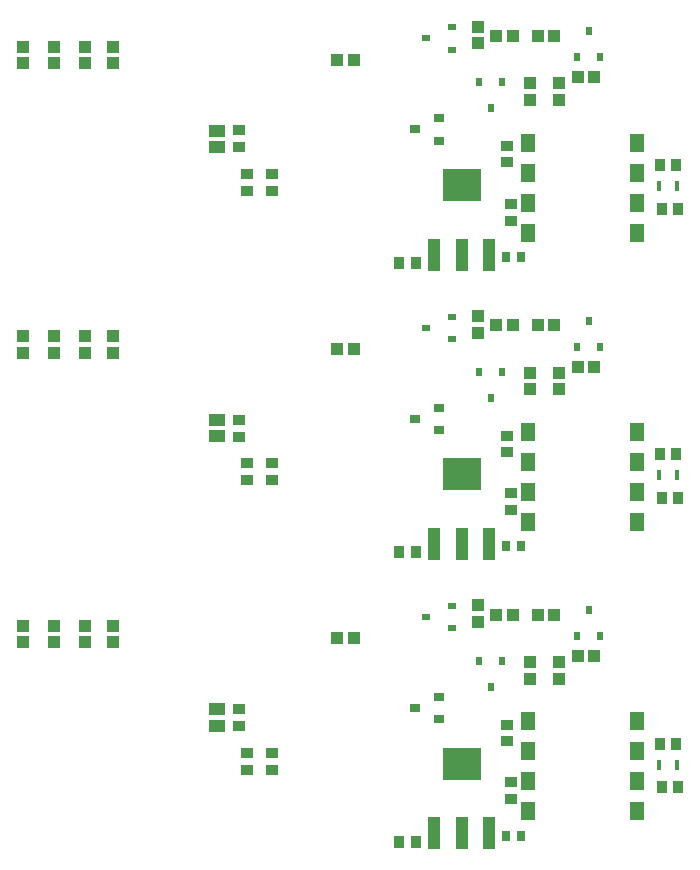
<source format=gbp>
G04*
G04 #@! TF.GenerationSoftware,Altium Limited,Altium Designer,20.1.14 (287)*
G04*
G04 Layer_Color=128*
%FSLAX25Y25*%
%MOIN*%
G70*
G04*
G04 #@! TF.SameCoordinates,DA88C76E-B398-4153-8C2D-C889442453F1*
G04*
G04*
G04 #@! TF.FilePolarity,Positive*
G04*
G01*
G75*
%ADD15R,0.03150X0.03740*%
%ADD16R,0.03937X0.04331*%
%ADD17R,0.05118X0.05906*%
%ADD19R,0.04331X0.03937*%
%ADD21R,0.03543X0.03150*%
%ADD22R,0.03543X0.04134*%
%ADD23R,0.02953X0.02362*%
%ADD24R,0.04134X0.03740*%
%ADD25R,0.05315X0.04331*%
%ADD52R,0.02362X0.02953*%
%ADD53R,0.03740X0.04134*%
%ADD54R,0.04134X0.03543*%
%ADD55R,0.01772X0.03347*%
%ADD56R,0.03937X0.10630*%
%ADD57R,0.12992X0.10630*%
D15*
X212598Y311417D02*
D03*
X217717D02*
D03*
X212598Y214961D02*
D03*
X217717D02*
D03*
X212598Y118504D02*
D03*
X217717D02*
D03*
D16*
X242126Y371260D02*
D03*
X236614D02*
D03*
X209449Y385039D02*
D03*
X214961D02*
D03*
X228740D02*
D03*
X223228D02*
D03*
X156299Y377165D02*
D03*
X161811D02*
D03*
X242126Y274803D02*
D03*
X236614D02*
D03*
X209449Y288583D02*
D03*
X214961D02*
D03*
X228740D02*
D03*
X223228D02*
D03*
X156299Y280709D02*
D03*
X161811D02*
D03*
X242126Y178347D02*
D03*
X236614D02*
D03*
X209449Y192126D02*
D03*
X214961D02*
D03*
X228740D02*
D03*
X223228D02*
D03*
X156299Y184252D02*
D03*
X161811D02*
D03*
D17*
X256299Y329488D02*
D03*
Y319488D02*
D03*
X220079Y329488D02*
D03*
Y319488D02*
D03*
X256299Y349488D02*
D03*
Y339488D02*
D03*
X220079Y349488D02*
D03*
Y339488D02*
D03*
X256299Y233032D02*
D03*
Y223031D02*
D03*
X220079Y233032D02*
D03*
Y223031D02*
D03*
X256299Y253031D02*
D03*
Y243032D02*
D03*
X220079Y253031D02*
D03*
Y243032D02*
D03*
X256299Y136575D02*
D03*
Y126575D02*
D03*
X220079Y136575D02*
D03*
Y126575D02*
D03*
X256299Y156575D02*
D03*
Y146575D02*
D03*
X220079Y156575D02*
D03*
Y146575D02*
D03*
D19*
X230315Y369291D02*
D03*
Y363780D02*
D03*
X203150Y388189D02*
D03*
Y382677D02*
D03*
X220472Y369291D02*
D03*
Y363780D02*
D03*
X51691Y375909D02*
D03*
Y381421D02*
D03*
X61927Y375909D02*
D03*
Y381421D02*
D03*
X72163Y375909D02*
D03*
Y381421D02*
D03*
X81612Y375909D02*
D03*
Y381421D02*
D03*
X230315Y272835D02*
D03*
Y267323D02*
D03*
X203150Y291732D02*
D03*
Y286221D02*
D03*
X220472Y272835D02*
D03*
Y267323D02*
D03*
X51691Y279452D02*
D03*
Y284964D02*
D03*
X61927Y279452D02*
D03*
Y284964D02*
D03*
X72163Y279452D02*
D03*
Y284964D02*
D03*
X81612Y279452D02*
D03*
Y284964D02*
D03*
X230315Y176378D02*
D03*
Y170866D02*
D03*
X203150Y195276D02*
D03*
Y189764D02*
D03*
X220472Y176378D02*
D03*
Y170866D02*
D03*
X51691Y182996D02*
D03*
Y188507D02*
D03*
X61927Y182996D02*
D03*
Y188507D02*
D03*
X72163Y182996D02*
D03*
Y188507D02*
D03*
X81612Y182996D02*
D03*
Y188507D02*
D03*
D21*
X190157Y357677D02*
D03*
Y350197D02*
D03*
X182283Y353937D02*
D03*
X190157Y261221D02*
D03*
Y253740D02*
D03*
X182283Y257480D02*
D03*
X190157Y164764D02*
D03*
Y157283D02*
D03*
X182283Y161024D02*
D03*
D22*
X269193Y342126D02*
D03*
X263878D02*
D03*
X264665Y327559D02*
D03*
X269980D02*
D03*
X269193Y245669D02*
D03*
X263878D02*
D03*
X264665Y231102D02*
D03*
X269980D02*
D03*
X269193Y149213D02*
D03*
X263878D02*
D03*
X264665Y134646D02*
D03*
X269980D02*
D03*
D23*
X185827Y384252D02*
D03*
X194488Y380512D02*
D03*
Y387992D02*
D03*
X185827Y287795D02*
D03*
X194488Y284055D02*
D03*
Y291535D02*
D03*
X185827Y191339D02*
D03*
X194488Y187599D02*
D03*
Y195079D02*
D03*
D24*
X214173Y329232D02*
D03*
Y323524D02*
D03*
X126378Y339075D02*
D03*
Y333366D02*
D03*
X134646Y339075D02*
D03*
Y333366D02*
D03*
X123622Y353642D02*
D03*
Y347933D02*
D03*
X214173Y232776D02*
D03*
Y227067D02*
D03*
X126378Y242618D02*
D03*
Y236910D02*
D03*
X134646Y242618D02*
D03*
Y236910D02*
D03*
X123622Y257185D02*
D03*
Y251476D02*
D03*
X214173Y136319D02*
D03*
Y130610D02*
D03*
X126378Y146161D02*
D03*
Y140453D02*
D03*
X134646Y146161D02*
D03*
Y140453D02*
D03*
X123622Y160728D02*
D03*
Y155020D02*
D03*
D25*
X116142Y353543D02*
D03*
Y348031D02*
D03*
Y257087D02*
D03*
Y251575D02*
D03*
Y160630D02*
D03*
Y155118D02*
D03*
D52*
X240157Y386614D02*
D03*
X236417Y377953D02*
D03*
X243898D02*
D03*
X207480Y361024D02*
D03*
X211220Y369685D02*
D03*
X203740D02*
D03*
X240157Y290158D02*
D03*
X236417Y281496D02*
D03*
X243898D02*
D03*
X207480Y264567D02*
D03*
X211220Y273228D02*
D03*
X203740D02*
D03*
X240157Y193701D02*
D03*
X236417Y185039D02*
D03*
X243898D02*
D03*
X207480Y168110D02*
D03*
X211220Y176772D02*
D03*
X203740D02*
D03*
D53*
X182776Y309449D02*
D03*
X177067D02*
D03*
X182776Y212992D02*
D03*
X177067D02*
D03*
X182776Y116535D02*
D03*
X177067D02*
D03*
D54*
X212992Y348327D02*
D03*
Y343012D02*
D03*
Y251870D02*
D03*
Y246555D02*
D03*
Y155413D02*
D03*
Y150099D02*
D03*
D55*
X263583Y335039D02*
D03*
X269488D02*
D03*
X263583Y238583D02*
D03*
X269488D02*
D03*
X263583Y142126D02*
D03*
X269488D02*
D03*
D56*
X206890Y312205D02*
D03*
X197835D02*
D03*
X188779D02*
D03*
X206890Y215748D02*
D03*
X197835D02*
D03*
X188779D02*
D03*
X206890Y119291D02*
D03*
X197835D02*
D03*
X188779D02*
D03*
D57*
X197835Y335433D02*
D03*
Y238976D02*
D03*
Y142520D02*
D03*
M02*

</source>
